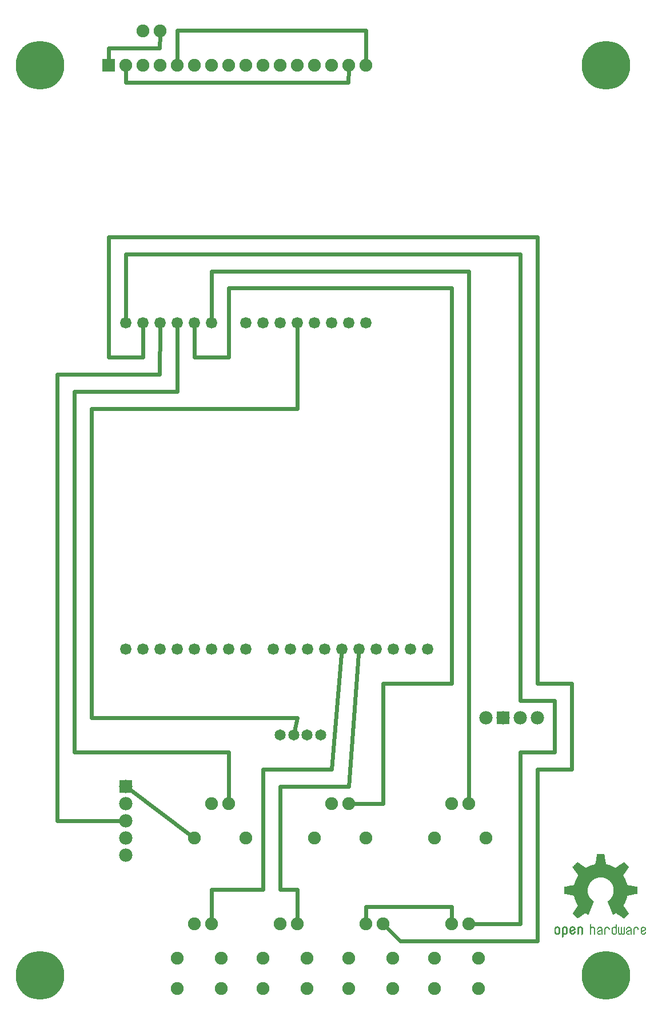
<source format=gtl>
G04 MADE WITH FRITZING*
G04 WWW.FRITZING.ORG*
G04 DOUBLE SIDED*
G04 HOLES PLATED*
G04 CONTOUR ON CENTER OF CONTOUR VECTOR*
%ASAXBY*%
%FSLAX23Y23*%
%MOIN*%
%OFA0B0*%
%SFA1.0B1.0*%
%ADD10C,0.078000*%
%ADD11C,0.283464*%
%ADD12C,0.075000*%
%ADD13C,0.066195*%
%ADD14C,0.066222*%
%ADD15C,0.065000*%
%ADD16R,0.078000X0.078000*%
%ADD17R,0.075000X0.075000*%
%ADD18C,0.024000*%
%ADD19R,0.001000X0.001000*%
%LNCOPPER1*%
G90*
G70*
G54D10*
X814Y1382D03*
X814Y1282D03*
X814Y1182D03*
X814Y1082D03*
X814Y982D03*
X3214Y1782D03*
X3114Y1782D03*
X3014Y1782D03*
X2914Y1782D03*
G54D11*
X3614Y5582D03*
X314Y5582D03*
X314Y282D03*
X3614Y282D03*
G54D10*
X3014Y1782D03*
X2914Y1782D03*
G54D12*
X2614Y382D03*
X2870Y382D03*
X2614Y205D03*
X2870Y205D03*
G54D10*
X814Y1382D03*
X814Y1182D03*
X814Y982D03*
G54D13*
X1214Y4082D03*
X1114Y4082D03*
X1014Y4082D03*
X914Y4082D03*
X814Y4082D03*
G54D14*
X1674Y2182D03*
X1774Y2182D03*
X1874Y2182D03*
X1974Y2182D03*
X2074Y2182D03*
X2174Y2182D03*
X2274Y2182D03*
X2374Y2182D03*
X2474Y2182D03*
X2574Y2182D03*
X814Y2182D03*
X914Y2182D03*
X1014Y2182D03*
X1114Y2182D03*
X1214Y2182D03*
X1314Y2182D03*
X1414Y2182D03*
X1514Y2182D03*
G54D13*
X2114Y4082D03*
X2214Y4082D03*
X2014Y4082D03*
X1914Y4082D03*
X1814Y4082D03*
X1714Y4082D03*
X1614Y4082D03*
X1514Y4082D03*
X1314Y4082D03*
G54D12*
X1314Y1282D03*
X1414Y1282D03*
X2714Y582D03*
X2814Y582D03*
X2214Y582D03*
X2314Y582D03*
X1214Y582D03*
X1314Y582D03*
X2014Y1282D03*
X2114Y1282D03*
X1214Y1082D03*
X1514Y1082D03*
X1914Y1082D03*
X2214Y1082D03*
X2614Y1082D03*
X2914Y1082D03*
X2114Y382D03*
X2370Y382D03*
X2114Y205D03*
X2370Y205D03*
X1114Y382D03*
X1370Y382D03*
X1114Y205D03*
X1370Y205D03*
X714Y5582D03*
X814Y5582D03*
X914Y5582D03*
X1014Y5582D03*
X1114Y5582D03*
X1214Y5582D03*
X1314Y5582D03*
X1414Y5582D03*
X1514Y5582D03*
X1614Y5582D03*
X1714Y5582D03*
X1814Y5582D03*
X1914Y5582D03*
X2014Y5582D03*
X2114Y5582D03*
X2214Y5582D03*
G54D15*
X1714Y1682D03*
X1793Y1682D03*
X1871Y1682D03*
X1950Y1682D03*
G54D12*
X914Y5782D03*
X1014Y5782D03*
X2714Y1282D03*
X2814Y1282D03*
X1714Y582D03*
X1814Y582D03*
X1614Y382D03*
X1870Y382D03*
X1614Y205D03*
X1870Y205D03*
G54D16*
X3014Y1782D03*
X814Y1382D03*
G54D17*
X713Y5583D03*
G54D18*
X1012Y5683D02*
X713Y5683D01*
D02*
X713Y5683D02*
X714Y5611D01*
D02*
X1013Y5754D02*
X1012Y5683D01*
D02*
X2112Y5481D02*
X2113Y5554D01*
D02*
X814Y5481D02*
X2112Y5481D01*
D02*
X814Y5554D02*
X814Y5481D01*
D02*
X1114Y5784D02*
X1114Y5611D01*
D02*
X2214Y5784D02*
X1114Y5784D01*
D02*
X2214Y5611D02*
X2214Y5784D01*
D02*
X414Y1182D02*
X784Y1182D01*
D02*
X414Y3782D02*
X414Y1182D01*
D02*
X1012Y3782D02*
X414Y3782D01*
D02*
X1014Y4052D02*
X1012Y3782D01*
D02*
X2714Y682D02*
X2214Y682D01*
D02*
X2214Y682D02*
X2214Y611D01*
D02*
X2714Y611D02*
X2714Y682D01*
D02*
X1191Y1099D02*
X838Y1364D01*
D02*
X2014Y1482D02*
X1614Y1482D01*
D02*
X1614Y1482D02*
X1614Y782D01*
D02*
X2071Y2152D02*
X2014Y1482D01*
D02*
X1614Y782D02*
X1314Y782D01*
D02*
X1314Y782D02*
X1314Y611D01*
D02*
X2114Y1382D02*
X1714Y1382D01*
D02*
X1714Y1382D02*
X1714Y782D01*
D02*
X2172Y2152D02*
X2114Y1382D01*
D02*
X1714Y782D02*
X1814Y782D01*
D02*
X1814Y782D02*
X1814Y611D01*
D02*
X514Y1582D02*
X514Y3682D01*
D02*
X514Y3682D02*
X1114Y3682D01*
D02*
X1414Y1582D02*
X514Y1582D01*
D02*
X1114Y3682D02*
X1114Y4052D01*
D02*
X1414Y1311D02*
X1414Y1582D01*
D02*
X1814Y3582D02*
X1814Y4052D01*
D02*
X614Y3582D02*
X1814Y3582D01*
D02*
X1814Y1782D02*
X614Y1782D01*
D02*
X1797Y1705D02*
X1814Y1782D01*
D02*
X614Y1782D02*
X614Y3582D01*
D02*
X2815Y4381D02*
X1315Y4381D01*
D02*
X1315Y4381D02*
X1314Y4112D01*
D02*
X2814Y1311D02*
X2815Y4381D01*
D02*
X1415Y3882D02*
X1214Y3882D01*
D02*
X1214Y3882D02*
X1214Y4052D01*
D02*
X1415Y4284D02*
X1415Y3882D01*
D02*
X2715Y4284D02*
X1415Y4284D01*
D02*
X2314Y1982D02*
X2714Y1982D01*
D02*
X2714Y1982D02*
X2715Y4284D01*
D02*
X2142Y1282D02*
X2314Y1282D01*
D02*
X2314Y1282D02*
X2314Y1982D01*
D02*
X3414Y1982D02*
X3214Y1982D01*
D02*
X3214Y1982D02*
X3214Y4582D01*
D02*
X3214Y1482D02*
X3414Y1482D01*
D02*
X3414Y1482D02*
X3414Y1982D01*
D02*
X914Y3882D02*
X914Y4052D01*
D02*
X3214Y482D02*
X3214Y1482D01*
D02*
X714Y3882D02*
X914Y3882D01*
D02*
X2414Y482D02*
X3214Y482D01*
D02*
X2334Y562D02*
X2414Y482D01*
D02*
X3214Y4582D02*
X715Y4582D01*
D02*
X715Y4582D02*
X714Y3882D01*
D02*
X3114Y1582D02*
X3314Y1582D01*
D02*
X3314Y1582D02*
X3314Y1882D01*
D02*
X3314Y1882D02*
X3114Y1882D01*
D02*
X3114Y1882D02*
X3113Y4481D01*
D02*
X3114Y582D02*
X3114Y1582D01*
D02*
X2842Y582D02*
X3114Y582D01*
D02*
X815Y4481D02*
X814Y4112D01*
D02*
X3113Y4481D02*
X815Y4481D01*
G54D19*
X3563Y989D02*
X3603Y989D01*
X3563Y988D02*
X3603Y988D01*
X3562Y987D02*
X3603Y987D01*
X3562Y986D02*
X3603Y986D01*
X3562Y985D02*
X3604Y985D01*
X3562Y984D02*
X3604Y984D01*
X3562Y983D02*
X3604Y983D01*
X3562Y982D02*
X3604Y982D01*
X3561Y981D02*
X3604Y981D01*
X3561Y980D02*
X3605Y980D01*
X3561Y979D02*
X3605Y979D01*
X3561Y978D02*
X3605Y978D01*
X3561Y977D02*
X3605Y977D01*
X3560Y976D02*
X3605Y976D01*
X3560Y975D02*
X3606Y975D01*
X3560Y974D02*
X3606Y974D01*
X3560Y973D02*
X3606Y973D01*
X3560Y972D02*
X3606Y972D01*
X3559Y971D02*
X3606Y971D01*
X3559Y970D02*
X3606Y970D01*
X3559Y969D02*
X3607Y969D01*
X3559Y968D02*
X3607Y968D01*
X3559Y967D02*
X3607Y967D01*
X3559Y966D02*
X3607Y966D01*
X3558Y965D02*
X3607Y965D01*
X3558Y964D02*
X3608Y964D01*
X3558Y963D02*
X3608Y963D01*
X3558Y962D02*
X3608Y962D01*
X3558Y961D02*
X3608Y961D01*
X3557Y960D02*
X3608Y960D01*
X3557Y959D02*
X3609Y959D01*
X3557Y958D02*
X3609Y958D01*
X3557Y957D02*
X3609Y957D01*
X3557Y956D02*
X3609Y956D01*
X3556Y955D02*
X3609Y955D01*
X3556Y954D02*
X3609Y954D01*
X3556Y953D02*
X3610Y953D01*
X3556Y952D02*
X3610Y952D01*
X3556Y951D02*
X3610Y951D01*
X3556Y950D02*
X3610Y950D01*
X3555Y949D02*
X3610Y949D01*
X3555Y948D02*
X3611Y948D01*
X3555Y947D02*
X3611Y947D01*
X3555Y946D02*
X3611Y946D01*
X3555Y945D02*
X3611Y945D01*
X3554Y944D02*
X3611Y944D01*
X3554Y943D02*
X3611Y943D01*
X3554Y942D02*
X3612Y942D01*
X3447Y941D02*
X3447Y941D01*
X3554Y941D02*
X3612Y941D01*
X3446Y940D02*
X3449Y940D01*
X3554Y940D02*
X3612Y940D01*
X3717Y940D02*
X3719Y940D01*
X3445Y939D02*
X3450Y939D01*
X3554Y939D02*
X3612Y939D01*
X3716Y939D02*
X3720Y939D01*
X3444Y938D02*
X3452Y938D01*
X3553Y938D02*
X3612Y938D01*
X3714Y938D02*
X3721Y938D01*
X3443Y937D02*
X3453Y937D01*
X3553Y937D02*
X3613Y937D01*
X3713Y937D02*
X3722Y937D01*
X3442Y936D02*
X3454Y936D01*
X3553Y936D02*
X3613Y936D01*
X3711Y936D02*
X3723Y936D01*
X3441Y935D02*
X3456Y935D01*
X3553Y935D02*
X3613Y935D01*
X3710Y935D02*
X3724Y935D01*
X3440Y934D02*
X3457Y934D01*
X3553Y934D02*
X3613Y934D01*
X3708Y934D02*
X3725Y934D01*
X3439Y933D02*
X3459Y933D01*
X3552Y933D02*
X3613Y933D01*
X3707Y933D02*
X3726Y933D01*
X3438Y932D02*
X3460Y932D01*
X3552Y932D02*
X3614Y932D01*
X3705Y932D02*
X3727Y932D01*
X3437Y931D02*
X3462Y931D01*
X3552Y931D02*
X3614Y931D01*
X3704Y931D02*
X3728Y931D01*
X3436Y930D02*
X3463Y930D01*
X3552Y930D02*
X3614Y930D01*
X3703Y930D02*
X3729Y930D01*
X3435Y929D02*
X3465Y929D01*
X3551Y929D02*
X3615Y929D01*
X3701Y929D02*
X3730Y929D01*
X3434Y928D02*
X3466Y928D01*
X3547Y928D02*
X3619Y928D01*
X3700Y928D02*
X3731Y928D01*
X3433Y927D02*
X3468Y927D01*
X3543Y927D02*
X3623Y927D01*
X3698Y927D02*
X3732Y927D01*
X3432Y926D02*
X3469Y926D01*
X3539Y926D02*
X3627Y926D01*
X3697Y926D02*
X3733Y926D01*
X3431Y925D02*
X3471Y925D01*
X3536Y925D02*
X3630Y925D01*
X3695Y925D02*
X3734Y925D01*
X3430Y924D02*
X3472Y924D01*
X3533Y924D02*
X3633Y924D01*
X3694Y924D02*
X3735Y924D01*
X3429Y923D02*
X3473Y923D01*
X3530Y923D02*
X3636Y923D01*
X3692Y923D02*
X3736Y923D01*
X3428Y922D02*
X3475Y922D01*
X3527Y922D02*
X3639Y922D01*
X3691Y922D02*
X3737Y922D01*
X3427Y921D02*
X3476Y921D01*
X3525Y921D02*
X3641Y921D01*
X3689Y921D02*
X3738Y921D01*
X3426Y920D02*
X3478Y920D01*
X3522Y920D02*
X3644Y920D01*
X3688Y920D02*
X3739Y920D01*
X3425Y919D02*
X3479Y919D01*
X3520Y919D02*
X3646Y919D01*
X3686Y919D02*
X3740Y919D01*
X3424Y918D02*
X3481Y918D01*
X3518Y918D02*
X3648Y918D01*
X3685Y918D02*
X3741Y918D01*
X3423Y917D02*
X3482Y917D01*
X3515Y917D02*
X3650Y917D01*
X3684Y917D02*
X3742Y917D01*
X3422Y916D02*
X3484Y916D01*
X3513Y916D02*
X3652Y916D01*
X3682Y916D02*
X3743Y916D01*
X3421Y915D02*
X3485Y915D01*
X3511Y915D02*
X3654Y915D01*
X3681Y915D02*
X3744Y915D01*
X3420Y914D02*
X3487Y914D01*
X3509Y914D02*
X3656Y914D01*
X3679Y914D02*
X3745Y914D01*
X3419Y913D02*
X3488Y913D01*
X3508Y913D02*
X3658Y913D01*
X3678Y913D02*
X3746Y913D01*
X3419Y912D02*
X3489Y912D01*
X3506Y912D02*
X3660Y912D01*
X3676Y912D02*
X3747Y912D01*
X3420Y911D02*
X3491Y911D01*
X3504Y911D02*
X3662Y911D01*
X3675Y911D02*
X3746Y911D01*
X3420Y910D02*
X3492Y910D01*
X3502Y910D02*
X3663Y910D01*
X3673Y910D02*
X3746Y910D01*
X3421Y909D02*
X3494Y909D01*
X3501Y909D02*
X3665Y909D01*
X3672Y909D02*
X3745Y909D01*
X3422Y908D02*
X3495Y908D01*
X3499Y908D02*
X3667Y908D01*
X3670Y908D02*
X3744Y908D01*
X3422Y907D02*
X3744Y907D01*
X3423Y906D02*
X3743Y906D01*
X3424Y905D02*
X3742Y905D01*
X3424Y904D02*
X3741Y904D01*
X3425Y903D02*
X3741Y903D01*
X3426Y902D02*
X3740Y902D01*
X3426Y901D02*
X3739Y901D01*
X3427Y900D02*
X3739Y900D01*
X3428Y899D02*
X3738Y899D01*
X3428Y898D02*
X3737Y898D01*
X3429Y897D02*
X3737Y897D01*
X3430Y896D02*
X3736Y896D01*
X3430Y895D02*
X3735Y895D01*
X3431Y894D02*
X3735Y894D01*
X3432Y893D02*
X3734Y893D01*
X3433Y892D02*
X3733Y892D01*
X3433Y891D02*
X3733Y891D01*
X3434Y890D02*
X3732Y890D01*
X3435Y889D02*
X3731Y889D01*
X3435Y888D02*
X3730Y888D01*
X3436Y887D02*
X3730Y887D01*
X3437Y886D02*
X3729Y886D01*
X3437Y885D02*
X3728Y885D01*
X3438Y884D02*
X3728Y884D01*
X3439Y883D02*
X3727Y883D01*
X3439Y882D02*
X3726Y882D01*
X3440Y881D02*
X3726Y881D01*
X3441Y880D02*
X3725Y880D01*
X3441Y879D02*
X3724Y879D01*
X3442Y878D02*
X3724Y878D01*
X3443Y877D02*
X3723Y877D01*
X3444Y876D02*
X3722Y876D01*
X3444Y875D02*
X3722Y875D01*
X3445Y874D02*
X3721Y874D01*
X3446Y873D02*
X3720Y873D01*
X3446Y872D02*
X3719Y872D01*
X3447Y871D02*
X3719Y871D01*
X3448Y870D02*
X3718Y870D01*
X3448Y869D02*
X3717Y869D01*
X3449Y868D02*
X3717Y868D01*
X3450Y867D02*
X3716Y867D01*
X3450Y866D02*
X3715Y866D01*
X3451Y865D02*
X3715Y865D01*
X3452Y864D02*
X3714Y864D01*
X3452Y863D02*
X3713Y863D01*
X3452Y862D02*
X3714Y862D01*
X3451Y861D02*
X3715Y861D01*
X3451Y860D02*
X3715Y860D01*
X3450Y859D02*
X3716Y859D01*
X3449Y858D02*
X3717Y858D01*
X3449Y857D02*
X3717Y857D01*
X3448Y856D02*
X3718Y856D01*
X3447Y855D02*
X3718Y855D01*
X3447Y854D02*
X3719Y854D01*
X3446Y853D02*
X3720Y853D01*
X3446Y852D02*
X3720Y852D01*
X3445Y851D02*
X3571Y851D01*
X3595Y851D02*
X3721Y851D01*
X3445Y850D02*
X3565Y850D01*
X3600Y850D02*
X3721Y850D01*
X3444Y849D02*
X3562Y849D01*
X3604Y849D02*
X3722Y849D01*
X3443Y848D02*
X3558Y848D01*
X3607Y848D02*
X3722Y848D01*
X3443Y847D02*
X3556Y847D01*
X3610Y847D02*
X3723Y847D01*
X3442Y846D02*
X3553Y846D01*
X3613Y846D02*
X3723Y846D01*
X3442Y845D02*
X3551Y845D01*
X3615Y845D02*
X3724Y845D01*
X3441Y844D02*
X3549Y844D01*
X3617Y844D02*
X3724Y844D01*
X3441Y843D02*
X3547Y843D01*
X3619Y843D02*
X3725Y843D01*
X3440Y842D02*
X3545Y842D01*
X3621Y842D02*
X3725Y842D01*
X3440Y841D02*
X3543Y841D01*
X3622Y841D02*
X3726Y841D01*
X3440Y840D02*
X3542Y840D01*
X3624Y840D02*
X3726Y840D01*
X3439Y839D02*
X3540Y839D01*
X3626Y839D02*
X3727Y839D01*
X3439Y838D02*
X3539Y838D01*
X3627Y838D02*
X3727Y838D01*
X3438Y837D02*
X3537Y837D01*
X3628Y837D02*
X3728Y837D01*
X3438Y836D02*
X3536Y836D01*
X3630Y836D02*
X3728Y836D01*
X3437Y835D02*
X3535Y835D01*
X3631Y835D02*
X3728Y835D01*
X3437Y834D02*
X3533Y834D01*
X3632Y834D02*
X3729Y834D01*
X3437Y833D02*
X3532Y833D01*
X3633Y833D02*
X3729Y833D01*
X3436Y832D02*
X3531Y832D01*
X3634Y832D02*
X3730Y832D01*
X3436Y831D02*
X3530Y831D01*
X3636Y831D02*
X3730Y831D01*
X3435Y830D02*
X3529Y830D01*
X3637Y830D02*
X3730Y830D01*
X3435Y829D02*
X3528Y829D01*
X3638Y829D02*
X3731Y829D01*
X3435Y828D02*
X3527Y828D01*
X3639Y828D02*
X3731Y828D01*
X3434Y827D02*
X3526Y827D01*
X3639Y827D02*
X3731Y827D01*
X3434Y826D02*
X3525Y826D01*
X3640Y826D02*
X3732Y826D01*
X3434Y825D02*
X3524Y825D01*
X3641Y825D02*
X3732Y825D01*
X3433Y824D02*
X3524Y824D01*
X3642Y824D02*
X3733Y824D01*
X3433Y823D02*
X3523Y823D01*
X3643Y823D02*
X3733Y823D01*
X3433Y822D02*
X3522Y822D01*
X3644Y822D02*
X3733Y822D01*
X3432Y821D02*
X3521Y821D01*
X3644Y821D02*
X3733Y821D01*
X3432Y820D02*
X3521Y820D01*
X3645Y820D02*
X3734Y820D01*
X3432Y819D02*
X3520Y819D01*
X3646Y819D02*
X3734Y819D01*
X3431Y818D02*
X3519Y818D01*
X3646Y818D02*
X3734Y818D01*
X3431Y817D02*
X3519Y817D01*
X3647Y817D02*
X3735Y817D01*
X3431Y816D02*
X3518Y816D01*
X3648Y816D02*
X3735Y816D01*
X3431Y815D02*
X3517Y815D01*
X3648Y815D02*
X3735Y815D01*
X3430Y814D02*
X3517Y814D01*
X3649Y814D02*
X3735Y814D01*
X3430Y813D02*
X3516Y813D01*
X3650Y813D02*
X3736Y813D01*
X3430Y812D02*
X3516Y812D01*
X3650Y812D02*
X3736Y812D01*
X3430Y811D02*
X3515Y811D01*
X3651Y811D02*
X3736Y811D01*
X3429Y810D02*
X3515Y810D01*
X3651Y810D02*
X3736Y810D01*
X3429Y809D02*
X3514Y809D01*
X3652Y809D02*
X3737Y809D01*
X3429Y808D02*
X3514Y808D01*
X3652Y808D02*
X3737Y808D01*
X3424Y807D02*
X3513Y807D01*
X3653Y807D02*
X3742Y807D01*
X3418Y806D02*
X3513Y806D01*
X3653Y806D02*
X3747Y806D01*
X3413Y805D02*
X3512Y805D01*
X3653Y805D02*
X3753Y805D01*
X3408Y804D02*
X3512Y804D01*
X3654Y804D02*
X3758Y804D01*
X3402Y803D02*
X3512Y803D01*
X3654Y803D02*
X3763Y803D01*
X3397Y802D02*
X3511Y802D01*
X3654Y802D02*
X3769Y802D01*
X3392Y801D02*
X3511Y801D01*
X3655Y801D02*
X3774Y801D01*
X3386Y800D02*
X3511Y800D01*
X3655Y800D02*
X3780Y800D01*
X3381Y799D02*
X3510Y799D01*
X3656Y799D02*
X3785Y799D01*
X3375Y798D02*
X3510Y798D01*
X3656Y798D02*
X3790Y798D01*
X3371Y797D02*
X3510Y797D01*
X3656Y797D02*
X3795Y797D01*
X3371Y796D02*
X3509Y796D01*
X3656Y796D02*
X3795Y796D01*
X3371Y795D02*
X3509Y795D01*
X3657Y795D02*
X3795Y795D01*
X3371Y794D02*
X3509Y794D01*
X3657Y794D02*
X3795Y794D01*
X3371Y793D02*
X3509Y793D01*
X3657Y793D02*
X3795Y793D01*
X3371Y792D02*
X3508Y792D01*
X3657Y792D02*
X3795Y792D01*
X3371Y791D02*
X3508Y791D01*
X3658Y791D02*
X3795Y791D01*
X3371Y790D02*
X3508Y790D01*
X3658Y790D02*
X3795Y790D01*
X3371Y789D02*
X3508Y789D01*
X3658Y789D02*
X3795Y789D01*
X3371Y788D02*
X3508Y788D01*
X3658Y788D02*
X3795Y788D01*
X3371Y787D02*
X3508Y787D01*
X3658Y787D02*
X3795Y787D01*
X3371Y786D02*
X3507Y786D01*
X3658Y786D02*
X3795Y786D01*
X3371Y785D02*
X3507Y785D01*
X3659Y785D02*
X3795Y785D01*
X3371Y784D02*
X3507Y784D01*
X3659Y784D02*
X3795Y784D01*
X3371Y783D02*
X3507Y783D01*
X3659Y783D02*
X3795Y783D01*
X3371Y782D02*
X3507Y782D01*
X3659Y782D02*
X3795Y782D01*
X3371Y781D02*
X3507Y781D01*
X3659Y781D02*
X3795Y781D01*
X3371Y780D02*
X3507Y780D01*
X3659Y780D02*
X3795Y780D01*
X3371Y779D02*
X3507Y779D01*
X3659Y779D02*
X3795Y779D01*
X3371Y778D02*
X3507Y778D01*
X3659Y778D02*
X3795Y778D01*
X3371Y777D02*
X3507Y777D01*
X3659Y777D02*
X3795Y777D01*
X3371Y776D02*
X3507Y776D01*
X3659Y776D02*
X3795Y776D01*
X3371Y775D02*
X3507Y775D01*
X3659Y775D02*
X3795Y775D01*
X3371Y774D02*
X3507Y774D01*
X3659Y774D02*
X3795Y774D01*
X3371Y773D02*
X3507Y773D01*
X3659Y773D02*
X3795Y773D01*
X3371Y772D02*
X3507Y772D01*
X3659Y772D02*
X3795Y772D01*
X3371Y771D02*
X3507Y771D01*
X3659Y771D02*
X3795Y771D01*
X3371Y770D02*
X3507Y770D01*
X3659Y770D02*
X3795Y770D01*
X3371Y769D02*
X3507Y769D01*
X3659Y769D02*
X3795Y769D01*
X3371Y768D02*
X3507Y768D01*
X3659Y768D02*
X3795Y768D01*
X3371Y767D02*
X3507Y767D01*
X3658Y767D02*
X3795Y767D01*
X3371Y766D02*
X3507Y766D01*
X3658Y766D02*
X3795Y766D01*
X3371Y765D02*
X3508Y765D01*
X3658Y765D02*
X3795Y765D01*
X3371Y764D02*
X3508Y764D01*
X3658Y764D02*
X3795Y764D01*
X3371Y763D02*
X3508Y763D01*
X3658Y763D02*
X3795Y763D01*
X3371Y762D02*
X3508Y762D01*
X3658Y762D02*
X3795Y762D01*
X3371Y761D02*
X3508Y761D01*
X3658Y761D02*
X3795Y761D01*
X3371Y760D02*
X3508Y760D01*
X3657Y760D02*
X3795Y760D01*
X3371Y759D02*
X3509Y759D01*
X3657Y759D02*
X3795Y759D01*
X3371Y758D02*
X3509Y758D01*
X3657Y758D02*
X3795Y758D01*
X3371Y757D02*
X3509Y757D01*
X3657Y757D02*
X3795Y757D01*
X3371Y756D02*
X3509Y756D01*
X3656Y756D02*
X3794Y756D01*
X3377Y755D02*
X3510Y755D01*
X3656Y755D02*
X3789Y755D01*
X3382Y754D02*
X3510Y754D01*
X3656Y754D02*
X3784Y754D01*
X3387Y753D02*
X3510Y753D01*
X3655Y753D02*
X3778Y753D01*
X3393Y752D02*
X3511Y752D01*
X3655Y752D02*
X3773Y752D01*
X3398Y751D02*
X3511Y751D01*
X3655Y751D02*
X3768Y751D01*
X3404Y750D02*
X3511Y750D01*
X3654Y750D02*
X3762Y750D01*
X3409Y749D02*
X3512Y749D01*
X3654Y749D02*
X3757Y749D01*
X3414Y748D02*
X3512Y748D01*
X3654Y748D02*
X3751Y748D01*
X3420Y747D02*
X3513Y747D01*
X3653Y747D02*
X3746Y747D01*
X3425Y746D02*
X3513Y746D01*
X3653Y746D02*
X3741Y746D01*
X3428Y745D02*
X3513Y745D01*
X3652Y745D02*
X3738Y745D01*
X3428Y744D02*
X3514Y744D01*
X3652Y744D02*
X3738Y744D01*
X3428Y743D02*
X3514Y743D01*
X3651Y743D02*
X3738Y743D01*
X3428Y742D02*
X3515Y742D01*
X3651Y742D02*
X3737Y742D01*
X3429Y741D02*
X3515Y741D01*
X3650Y741D02*
X3737Y741D01*
X3429Y740D02*
X3516Y740D01*
X3650Y740D02*
X3737Y740D01*
X3429Y739D02*
X3516Y739D01*
X3649Y739D02*
X3737Y739D01*
X3429Y738D02*
X3517Y738D01*
X3649Y738D02*
X3737Y738D01*
X3430Y737D02*
X3518Y737D01*
X3648Y737D02*
X3736Y737D01*
X3430Y736D02*
X3518Y736D01*
X3647Y736D02*
X3736Y736D01*
X3430Y735D02*
X3519Y735D01*
X3647Y735D02*
X3736Y735D01*
X3430Y734D02*
X3520Y734D01*
X3646Y734D02*
X3735Y734D01*
X3431Y733D02*
X3520Y733D01*
X3645Y733D02*
X3735Y733D01*
X3431Y732D02*
X3521Y732D01*
X3645Y732D02*
X3735Y732D01*
X3431Y731D02*
X3522Y731D01*
X3644Y731D02*
X3735Y731D01*
X3431Y730D02*
X3523Y730D01*
X3643Y730D02*
X3734Y730D01*
X3432Y729D02*
X3523Y729D01*
X3642Y729D02*
X3734Y729D01*
X3432Y728D02*
X3524Y728D01*
X3642Y728D02*
X3734Y728D01*
X3432Y727D02*
X3525Y727D01*
X3641Y727D02*
X3733Y727D01*
X3433Y726D02*
X3526Y726D01*
X3640Y726D02*
X3733Y726D01*
X3433Y725D02*
X3527Y725D01*
X3639Y725D02*
X3733Y725D01*
X3433Y724D02*
X3528Y724D01*
X3638Y724D02*
X3733Y724D01*
X3434Y723D02*
X3529Y723D01*
X3637Y723D02*
X3732Y723D01*
X3434Y722D02*
X3530Y722D01*
X3636Y722D02*
X3732Y722D01*
X3434Y721D02*
X3531Y721D01*
X3635Y721D02*
X3731Y721D01*
X3435Y720D02*
X3532Y720D01*
X3634Y720D02*
X3731Y720D01*
X3435Y719D02*
X3533Y719D01*
X3633Y719D02*
X3731Y719D01*
X3435Y718D02*
X3534Y718D01*
X3632Y718D02*
X3730Y718D01*
X3436Y717D02*
X3535Y717D01*
X3630Y717D02*
X3730Y717D01*
X3436Y716D02*
X3537Y716D01*
X3629Y716D02*
X3730Y716D01*
X3437Y715D02*
X3538Y715D01*
X3628Y715D02*
X3729Y715D01*
X3437Y714D02*
X3539Y714D01*
X3626Y714D02*
X3729Y714D01*
X3437Y713D02*
X3541Y713D01*
X3625Y713D02*
X3728Y713D01*
X3438Y712D02*
X3542Y712D01*
X3623Y712D02*
X3728Y712D01*
X3438Y711D02*
X3543Y711D01*
X3623Y711D02*
X3728Y711D01*
X3439Y710D02*
X3542Y710D01*
X3623Y710D02*
X3727Y710D01*
X3439Y709D02*
X3542Y709D01*
X3624Y709D02*
X3727Y709D01*
X3440Y708D02*
X3541Y708D01*
X3624Y708D02*
X3726Y708D01*
X3440Y707D02*
X3541Y707D01*
X3625Y707D02*
X3726Y707D01*
X3441Y706D02*
X3541Y706D01*
X3625Y706D02*
X3725Y706D01*
X3441Y705D02*
X3540Y705D01*
X3626Y705D02*
X3725Y705D01*
X3442Y704D02*
X3540Y704D01*
X3626Y704D02*
X3724Y704D01*
X3442Y703D02*
X3539Y703D01*
X3626Y703D02*
X3724Y703D01*
X3443Y702D02*
X3539Y702D01*
X3627Y702D02*
X3723Y702D01*
X3443Y701D02*
X3539Y701D01*
X3627Y701D02*
X3723Y701D01*
X3444Y700D02*
X3538Y700D01*
X3628Y700D02*
X3722Y700D01*
X3444Y699D02*
X3538Y699D01*
X3628Y699D02*
X3722Y699D01*
X3445Y698D02*
X3537Y698D01*
X3628Y698D02*
X3721Y698D01*
X3445Y697D02*
X3537Y697D01*
X3629Y697D02*
X3721Y697D01*
X3446Y696D02*
X3536Y696D01*
X3629Y696D02*
X3720Y696D01*
X3446Y695D02*
X3536Y695D01*
X3630Y695D02*
X3719Y695D01*
X3447Y694D02*
X3536Y694D01*
X3630Y694D02*
X3719Y694D01*
X3448Y693D02*
X3535Y693D01*
X3631Y693D02*
X3718Y693D01*
X3448Y692D02*
X3535Y692D01*
X3631Y692D02*
X3718Y692D01*
X3449Y691D02*
X3534Y691D01*
X3631Y691D02*
X3717Y691D01*
X3449Y690D02*
X3534Y690D01*
X3632Y690D02*
X3716Y690D01*
X3450Y689D02*
X3534Y689D01*
X3632Y689D02*
X3716Y689D01*
X3451Y688D02*
X3533Y688D01*
X3633Y688D02*
X3715Y688D01*
X3450Y687D02*
X3533Y687D01*
X3633Y687D02*
X3716Y687D01*
X3450Y686D02*
X3532Y686D01*
X3633Y686D02*
X3716Y686D01*
X3449Y685D02*
X3532Y685D01*
X3634Y685D02*
X3717Y685D01*
X3448Y684D02*
X3532Y684D01*
X3634Y684D02*
X3718Y684D01*
X3447Y683D02*
X3531Y683D01*
X3635Y683D02*
X3718Y683D01*
X3447Y682D02*
X3531Y682D01*
X3635Y682D02*
X3719Y682D01*
X3446Y681D02*
X3530Y681D01*
X3635Y681D02*
X3720Y681D01*
X3445Y680D02*
X3530Y680D01*
X3636Y680D02*
X3720Y680D01*
X3445Y679D02*
X3529Y679D01*
X3636Y679D02*
X3721Y679D01*
X3444Y678D02*
X3529Y678D01*
X3637Y678D02*
X3722Y678D01*
X3443Y677D02*
X3529Y677D01*
X3637Y677D02*
X3722Y677D01*
X3443Y676D02*
X3528Y676D01*
X3638Y676D02*
X3723Y676D01*
X3442Y675D02*
X3528Y675D01*
X3638Y675D02*
X3724Y675D01*
X3441Y674D02*
X3527Y674D01*
X3638Y674D02*
X3724Y674D01*
X3441Y673D02*
X3527Y673D01*
X3639Y673D02*
X3725Y673D01*
X3440Y672D02*
X3527Y672D01*
X3639Y672D02*
X3726Y672D01*
X3439Y671D02*
X3526Y671D01*
X3640Y671D02*
X3727Y671D01*
X3439Y670D02*
X3526Y670D01*
X3640Y670D02*
X3727Y670D01*
X3438Y669D02*
X3525Y669D01*
X3640Y669D02*
X3728Y669D01*
X3437Y668D02*
X3525Y668D01*
X3641Y668D02*
X3729Y668D01*
X3436Y667D02*
X3524Y667D01*
X3641Y667D02*
X3729Y667D01*
X3436Y666D02*
X3524Y666D01*
X3642Y666D02*
X3730Y666D01*
X3435Y665D02*
X3524Y665D01*
X3642Y665D02*
X3731Y665D01*
X3434Y664D02*
X3523Y664D01*
X3643Y664D02*
X3731Y664D01*
X3434Y663D02*
X3523Y663D01*
X3643Y663D02*
X3732Y663D01*
X3433Y662D02*
X3522Y662D01*
X3643Y662D02*
X3733Y662D01*
X3432Y661D02*
X3522Y661D01*
X3644Y661D02*
X3733Y661D01*
X3432Y660D02*
X3522Y660D01*
X3644Y660D02*
X3734Y660D01*
X3431Y659D02*
X3521Y659D01*
X3645Y659D02*
X3735Y659D01*
X3430Y658D02*
X3521Y658D01*
X3645Y658D02*
X3735Y658D01*
X3430Y657D02*
X3520Y657D01*
X3645Y657D02*
X3736Y657D01*
X3429Y656D02*
X3520Y656D01*
X3646Y656D02*
X3737Y656D01*
X3428Y655D02*
X3519Y655D01*
X3646Y655D02*
X3738Y655D01*
X3428Y654D02*
X3519Y654D01*
X3647Y654D02*
X3738Y654D01*
X3427Y653D02*
X3519Y653D01*
X3647Y653D02*
X3739Y653D01*
X3426Y652D02*
X3518Y652D01*
X3648Y652D02*
X3740Y652D01*
X3426Y651D02*
X3518Y651D01*
X3648Y651D02*
X3740Y651D01*
X3425Y650D02*
X3517Y650D01*
X3648Y650D02*
X3741Y650D01*
X3424Y649D02*
X3517Y649D01*
X3649Y649D02*
X3742Y649D01*
X3423Y648D02*
X3517Y648D01*
X3649Y648D02*
X3742Y648D01*
X3423Y647D02*
X3516Y647D01*
X3650Y647D02*
X3743Y647D01*
X3422Y646D02*
X3516Y646D01*
X3650Y646D02*
X3744Y646D01*
X3421Y645D02*
X3515Y645D01*
X3650Y645D02*
X3744Y645D01*
X3421Y644D02*
X3515Y644D01*
X3651Y644D02*
X3745Y644D01*
X3420Y643D02*
X3492Y643D01*
X3495Y643D02*
X3515Y643D01*
X3651Y643D02*
X3671Y643D01*
X3674Y643D02*
X3746Y643D01*
X3419Y642D02*
X3491Y642D01*
X3496Y642D02*
X3514Y642D01*
X3652Y642D02*
X3669Y642D01*
X3675Y642D02*
X3746Y642D01*
X3419Y641D02*
X3489Y641D01*
X3498Y641D02*
X3514Y641D01*
X3652Y641D02*
X3668Y641D01*
X3677Y641D02*
X3747Y641D01*
X3420Y640D02*
X3488Y640D01*
X3500Y640D02*
X3513Y640D01*
X3652Y640D02*
X3666Y640D01*
X3678Y640D02*
X3746Y640D01*
X3421Y639D02*
X3486Y639D01*
X3501Y639D02*
X3513Y639D01*
X3653Y639D02*
X3665Y639D01*
X3680Y639D02*
X3745Y639D01*
X3422Y638D02*
X3485Y638D01*
X3503Y638D02*
X3512Y638D01*
X3653Y638D02*
X3663Y638D01*
X3681Y638D02*
X3744Y638D01*
X3423Y637D02*
X3483Y637D01*
X3505Y637D02*
X3512Y637D01*
X3654Y637D02*
X3661Y637D01*
X3682Y637D02*
X3743Y637D01*
X3424Y636D02*
X3482Y636D01*
X3506Y636D02*
X3512Y636D01*
X3654Y636D02*
X3659Y636D01*
X3684Y636D02*
X3742Y636D01*
X3425Y635D02*
X3480Y635D01*
X3508Y635D02*
X3511Y635D01*
X3655Y635D02*
X3658Y635D01*
X3685Y635D02*
X3741Y635D01*
X3426Y634D02*
X3479Y634D01*
X3510Y634D02*
X3511Y634D01*
X3655Y634D02*
X3656Y634D01*
X3687Y634D02*
X3740Y634D01*
X3427Y633D02*
X3477Y633D01*
X3688Y633D02*
X3739Y633D01*
X3428Y632D02*
X3476Y632D01*
X3690Y632D02*
X3738Y632D01*
X3429Y631D02*
X3475Y631D01*
X3691Y631D02*
X3737Y631D01*
X3430Y630D02*
X3473Y630D01*
X3693Y630D02*
X3736Y630D01*
X3431Y629D02*
X3472Y629D01*
X3694Y629D02*
X3735Y629D01*
X3432Y628D02*
X3470Y628D01*
X3696Y628D02*
X3734Y628D01*
X3433Y627D02*
X3469Y627D01*
X3697Y627D02*
X3733Y627D01*
X3434Y626D02*
X3467Y626D01*
X3698Y626D02*
X3732Y626D01*
X3435Y625D02*
X3466Y625D01*
X3700Y625D02*
X3731Y625D01*
X3436Y624D02*
X3464Y624D01*
X3701Y624D02*
X3730Y624D01*
X3437Y623D02*
X3463Y623D01*
X3703Y623D02*
X3729Y623D01*
X3438Y622D02*
X3461Y622D01*
X3704Y622D02*
X3728Y622D01*
X3439Y621D02*
X3460Y621D01*
X3706Y621D02*
X3727Y621D01*
X3440Y620D02*
X3459Y620D01*
X3707Y620D02*
X3726Y620D01*
X3441Y619D02*
X3457Y619D01*
X3709Y619D02*
X3725Y619D01*
X3442Y618D02*
X3456Y618D01*
X3710Y618D02*
X3724Y618D01*
X3443Y617D02*
X3454Y617D01*
X3712Y617D02*
X3723Y617D01*
X3444Y616D02*
X3453Y616D01*
X3713Y616D02*
X3722Y616D01*
X3445Y615D02*
X3451Y615D01*
X3715Y615D02*
X3721Y615D01*
X3446Y614D02*
X3450Y614D01*
X3716Y614D02*
X3720Y614D01*
X3447Y613D02*
X3448Y613D01*
X3717Y613D02*
X3719Y613D01*
X3526Y581D02*
X3526Y581D01*
X3678Y581D02*
X3678Y581D01*
X3524Y580D02*
X3526Y580D01*
X3676Y580D02*
X3678Y580D01*
X3522Y579D02*
X3526Y579D01*
X3674Y579D02*
X3678Y579D01*
X3520Y578D02*
X3526Y578D01*
X3672Y578D02*
X3678Y578D01*
X3520Y577D02*
X3526Y577D01*
X3672Y577D02*
X3678Y577D01*
X3520Y576D02*
X3526Y576D01*
X3672Y576D02*
X3678Y576D01*
X3520Y575D02*
X3526Y575D01*
X3672Y575D02*
X3678Y575D01*
X3520Y574D02*
X3526Y574D01*
X3672Y574D02*
X3678Y574D01*
X3520Y573D02*
X3526Y573D01*
X3672Y573D02*
X3678Y573D01*
X3520Y572D02*
X3526Y572D01*
X3672Y572D02*
X3678Y572D01*
X3520Y571D02*
X3526Y571D01*
X3672Y571D02*
X3678Y571D01*
X3520Y570D02*
X3526Y570D01*
X3672Y570D02*
X3678Y570D01*
X3520Y569D02*
X3526Y569D01*
X3672Y569D02*
X3678Y569D01*
X3520Y568D02*
X3526Y568D01*
X3672Y568D02*
X3678Y568D01*
X3326Y567D02*
X3333Y567D01*
X3371Y567D02*
X3378Y567D01*
X3415Y567D02*
X3422Y567D01*
X3460Y567D02*
X3466Y567D01*
X3520Y567D02*
X3526Y567D01*
X3672Y567D02*
X3678Y567D01*
X3323Y566D02*
X3336Y566D01*
X3368Y566D02*
X3381Y566D01*
X3412Y566D02*
X3425Y566D01*
X3457Y566D02*
X3469Y566D01*
X3520Y566D02*
X3526Y566D01*
X3672Y566D02*
X3678Y566D01*
X3321Y565D02*
X3338Y565D01*
X3366Y565D02*
X3383Y565D01*
X3410Y565D02*
X3427Y565D01*
X3455Y565D02*
X3471Y565D01*
X3520Y565D02*
X3526Y565D01*
X3672Y565D02*
X3678Y565D01*
X3320Y564D02*
X3340Y564D01*
X3364Y564D02*
X3384Y564D01*
X3409Y564D02*
X3428Y564D01*
X3453Y564D02*
X3473Y564D01*
X3520Y564D02*
X3526Y564D01*
X3531Y564D02*
X3540Y564D01*
X3574Y564D02*
X3582Y564D01*
X3616Y564D02*
X3624Y564D01*
X3658Y564D02*
X3667Y564D01*
X3672Y564D02*
X3678Y564D01*
X3691Y564D02*
X3691Y564D01*
X3707Y564D02*
X3708Y564D01*
X3723Y564D02*
X3724Y564D01*
X3743Y564D02*
X3751Y564D01*
X3785Y564D02*
X3794Y564D01*
X3827Y564D02*
X3836Y564D01*
X3319Y563D02*
X3341Y563D01*
X3363Y563D02*
X3385Y563D01*
X3408Y563D02*
X3430Y563D01*
X3452Y563D02*
X3474Y563D01*
X3520Y563D02*
X3526Y563D01*
X3529Y563D02*
X3542Y563D01*
X3571Y563D02*
X3585Y563D01*
X3613Y563D02*
X3627Y563D01*
X3656Y563D02*
X3669Y563D01*
X3672Y563D02*
X3678Y563D01*
X3688Y563D02*
X3691Y563D01*
X3705Y563D02*
X3708Y563D01*
X3721Y563D02*
X3724Y563D01*
X3740Y563D02*
X3754Y563D01*
X3783Y563D02*
X3796Y563D01*
X3825Y563D02*
X3838Y563D01*
X3318Y562D02*
X3342Y562D01*
X3362Y562D02*
X3386Y562D01*
X3406Y562D02*
X3431Y562D01*
X3451Y562D02*
X3475Y562D01*
X3520Y562D02*
X3544Y562D01*
X3570Y562D02*
X3586Y562D01*
X3612Y562D02*
X3629Y562D01*
X3654Y562D02*
X3678Y562D01*
X3686Y562D02*
X3691Y562D01*
X3702Y562D02*
X3708Y562D01*
X3719Y562D02*
X3724Y562D01*
X3739Y562D02*
X3756Y562D01*
X3781Y562D02*
X3798Y562D01*
X3823Y562D02*
X3840Y562D01*
X3317Y561D02*
X3343Y561D01*
X3361Y561D02*
X3387Y561D01*
X3406Y561D02*
X3432Y561D01*
X3450Y561D02*
X3476Y561D01*
X3520Y561D02*
X3545Y561D01*
X3568Y561D02*
X3588Y561D01*
X3610Y561D02*
X3630Y561D01*
X3653Y561D02*
X3678Y561D01*
X3685Y561D02*
X3691Y561D01*
X3702Y561D02*
X3708Y561D01*
X3718Y561D02*
X3724Y561D01*
X3738Y561D02*
X3757Y561D01*
X3780Y561D02*
X3799Y561D01*
X3822Y561D02*
X3841Y561D01*
X3316Y560D02*
X3343Y560D01*
X3360Y560D02*
X3388Y560D01*
X3405Y560D02*
X3432Y560D01*
X3449Y560D02*
X3477Y560D01*
X3520Y560D02*
X3546Y560D01*
X3567Y560D02*
X3589Y560D01*
X3609Y560D02*
X3631Y560D01*
X3652Y560D02*
X3678Y560D01*
X3685Y560D02*
X3691Y560D01*
X3702Y560D02*
X3708Y560D01*
X3718Y560D02*
X3724Y560D01*
X3736Y560D02*
X3758Y560D01*
X3778Y560D02*
X3800Y560D01*
X3821Y560D02*
X3842Y560D01*
X3315Y559D02*
X3344Y559D01*
X3360Y559D02*
X3389Y559D01*
X3404Y559D02*
X3433Y559D01*
X3449Y559D02*
X3477Y559D01*
X3520Y559D02*
X3547Y559D01*
X3567Y559D02*
X3590Y559D01*
X3608Y559D02*
X3632Y559D01*
X3651Y559D02*
X3678Y559D01*
X3685Y559D02*
X3691Y559D01*
X3702Y559D02*
X3708Y559D01*
X3718Y559D02*
X3724Y559D01*
X3736Y559D02*
X3759Y559D01*
X3778Y559D02*
X3801Y559D01*
X3820Y559D02*
X3843Y559D01*
X3315Y558D02*
X3345Y558D01*
X3359Y558D02*
X3389Y558D01*
X3404Y558D02*
X3434Y558D01*
X3448Y558D02*
X3478Y558D01*
X3520Y558D02*
X3548Y558D01*
X3566Y558D02*
X3591Y558D01*
X3608Y558D02*
X3633Y558D01*
X3650Y558D02*
X3678Y558D01*
X3685Y558D02*
X3691Y558D01*
X3702Y558D02*
X3708Y558D01*
X3718Y558D02*
X3724Y558D01*
X3735Y558D02*
X3760Y558D01*
X3777Y558D02*
X3802Y558D01*
X3819Y558D02*
X3844Y558D01*
X3314Y557D02*
X3326Y557D01*
X3334Y557D02*
X3345Y557D01*
X3359Y557D02*
X3370Y557D01*
X3378Y557D02*
X3390Y557D01*
X3403Y557D02*
X3414Y557D01*
X3423Y557D02*
X3434Y557D01*
X3448Y557D02*
X3459Y557D01*
X3467Y557D02*
X3479Y557D01*
X3520Y557D02*
X3531Y557D01*
X3540Y557D02*
X3549Y557D01*
X3565Y557D02*
X3573Y557D01*
X3582Y557D02*
X3591Y557D01*
X3607Y557D02*
X3616Y557D01*
X3625Y557D02*
X3633Y557D01*
X3649Y557D02*
X3658Y557D01*
X3667Y557D02*
X3678Y557D01*
X3685Y557D02*
X3691Y557D01*
X3702Y557D02*
X3708Y557D01*
X3718Y557D02*
X3724Y557D01*
X3734Y557D02*
X3743Y557D01*
X3751Y557D02*
X3760Y557D01*
X3776Y557D02*
X3785Y557D01*
X3794Y557D02*
X3802Y557D01*
X3818Y557D02*
X3827Y557D01*
X3836Y557D02*
X3845Y557D01*
X3314Y556D02*
X3324Y556D01*
X3335Y556D02*
X3346Y556D01*
X3358Y556D02*
X3369Y556D01*
X3380Y556D02*
X3390Y556D01*
X3403Y556D02*
X3413Y556D01*
X3424Y556D02*
X3434Y556D01*
X3447Y556D02*
X3458Y556D01*
X3469Y556D02*
X3479Y556D01*
X3520Y556D02*
X3530Y556D01*
X3542Y556D02*
X3549Y556D01*
X3564Y556D02*
X3572Y556D01*
X3584Y556D02*
X3592Y556D01*
X3606Y556D02*
X3614Y556D01*
X3626Y556D02*
X3634Y556D01*
X3649Y556D02*
X3656Y556D01*
X3668Y556D02*
X3678Y556D01*
X3685Y556D02*
X3691Y556D01*
X3702Y556D02*
X3708Y556D01*
X3718Y556D02*
X3724Y556D01*
X3734Y556D02*
X3741Y556D01*
X3753Y556D02*
X3761Y556D01*
X3776Y556D02*
X3783Y556D01*
X3795Y556D02*
X3803Y556D01*
X3818Y556D02*
X3825Y556D01*
X3838Y556D02*
X3845Y556D01*
X3314Y555D02*
X3323Y555D01*
X3336Y555D02*
X3346Y555D01*
X3358Y555D02*
X3368Y555D01*
X3381Y555D02*
X3390Y555D01*
X3402Y555D02*
X3412Y555D01*
X3425Y555D02*
X3435Y555D01*
X3447Y555D02*
X3457Y555D01*
X3470Y555D02*
X3479Y555D01*
X3520Y555D02*
X3528Y555D01*
X3543Y555D02*
X3550Y555D01*
X3564Y555D02*
X3571Y555D01*
X3585Y555D02*
X3592Y555D01*
X3606Y555D02*
X3613Y555D01*
X3627Y555D02*
X3634Y555D01*
X3648Y555D02*
X3655Y555D01*
X3670Y555D02*
X3678Y555D01*
X3685Y555D02*
X3691Y555D01*
X3702Y555D02*
X3708Y555D01*
X3718Y555D02*
X3724Y555D01*
X3733Y555D02*
X3740Y555D01*
X3754Y555D02*
X3761Y555D01*
X3775Y555D02*
X3782Y555D01*
X3796Y555D02*
X3803Y555D01*
X3817Y555D02*
X3824Y555D01*
X3839Y555D02*
X3846Y555D01*
X3313Y554D02*
X3322Y554D01*
X3337Y554D02*
X3346Y554D01*
X3358Y554D02*
X3367Y554D01*
X3381Y554D02*
X3391Y554D01*
X3402Y554D02*
X3411Y554D01*
X3426Y554D02*
X3435Y554D01*
X3447Y554D02*
X3456Y554D01*
X3470Y554D02*
X3479Y554D01*
X3520Y554D02*
X3528Y554D01*
X3544Y554D02*
X3550Y554D01*
X3564Y554D02*
X3570Y554D01*
X3586Y554D02*
X3593Y554D01*
X3606Y554D02*
X3612Y554D01*
X3628Y554D02*
X3635Y554D01*
X3648Y554D02*
X3654Y554D01*
X3670Y554D02*
X3678Y554D01*
X3685Y554D02*
X3691Y554D01*
X3702Y554D02*
X3708Y554D01*
X3718Y554D02*
X3724Y554D01*
X3733Y554D02*
X3739Y554D01*
X3755Y554D02*
X3762Y554D01*
X3775Y554D02*
X3781Y554D01*
X3797Y554D02*
X3804Y554D01*
X3817Y554D02*
X3824Y554D01*
X3840Y554D02*
X3846Y554D01*
X3313Y553D02*
X3322Y553D01*
X3337Y553D02*
X3346Y553D01*
X3358Y553D02*
X3366Y553D01*
X3382Y553D02*
X3391Y553D01*
X3402Y553D02*
X3411Y553D01*
X3426Y553D02*
X3435Y553D01*
X3446Y553D02*
X3455Y553D01*
X3471Y553D02*
X3480Y553D01*
X3520Y553D02*
X3527Y553D01*
X3544Y553D02*
X3551Y553D01*
X3563Y553D02*
X3569Y553D01*
X3587Y553D02*
X3593Y553D01*
X3605Y553D02*
X3612Y553D01*
X3629Y553D02*
X3635Y553D01*
X3648Y553D02*
X3654Y553D01*
X3671Y553D02*
X3678Y553D01*
X3685Y553D02*
X3691Y553D01*
X3702Y553D02*
X3708Y553D01*
X3718Y553D02*
X3724Y553D01*
X3732Y553D02*
X3738Y553D01*
X3756Y553D02*
X3762Y553D01*
X3774Y553D02*
X3781Y553D01*
X3798Y553D02*
X3804Y553D01*
X3817Y553D02*
X3823Y553D01*
X3840Y553D02*
X3846Y553D01*
X3313Y552D02*
X3322Y552D01*
X3338Y552D02*
X3346Y552D01*
X3357Y552D02*
X3366Y552D01*
X3382Y552D02*
X3391Y552D01*
X3402Y552D02*
X3411Y552D01*
X3427Y552D02*
X3435Y552D01*
X3446Y552D02*
X3455Y552D01*
X3471Y552D02*
X3480Y552D01*
X3520Y552D02*
X3527Y552D01*
X3545Y552D02*
X3551Y552D01*
X3563Y552D02*
X3569Y552D01*
X3587Y552D02*
X3593Y552D01*
X3605Y552D02*
X3611Y552D01*
X3629Y552D02*
X3635Y552D01*
X3647Y552D02*
X3653Y552D01*
X3672Y552D02*
X3678Y552D01*
X3685Y552D02*
X3691Y552D01*
X3702Y552D02*
X3708Y552D01*
X3718Y552D02*
X3724Y552D01*
X3732Y552D02*
X3738Y552D01*
X3756Y552D02*
X3762Y552D01*
X3774Y552D02*
X3780Y552D01*
X3798Y552D02*
X3804Y552D01*
X3816Y552D02*
X3822Y552D01*
X3841Y552D02*
X3847Y552D01*
X3313Y551D02*
X3321Y551D01*
X3338Y551D02*
X3347Y551D01*
X3357Y551D02*
X3366Y551D01*
X3382Y551D02*
X3391Y551D01*
X3402Y551D02*
X3410Y551D01*
X3426Y551D02*
X3435Y551D01*
X3446Y551D02*
X3455Y551D01*
X3471Y551D02*
X3480Y551D01*
X3520Y551D02*
X3526Y551D01*
X3545Y551D02*
X3551Y551D01*
X3563Y551D02*
X3569Y551D01*
X3587Y551D02*
X3593Y551D01*
X3605Y551D02*
X3611Y551D01*
X3630Y551D02*
X3635Y551D01*
X3647Y551D02*
X3653Y551D01*
X3672Y551D02*
X3678Y551D01*
X3685Y551D02*
X3691Y551D01*
X3702Y551D02*
X3708Y551D01*
X3718Y551D02*
X3724Y551D01*
X3732Y551D02*
X3738Y551D01*
X3756Y551D02*
X3762Y551D01*
X3774Y551D02*
X3780Y551D01*
X3799Y551D02*
X3805Y551D01*
X3816Y551D02*
X3822Y551D01*
X3841Y551D02*
X3847Y551D01*
X3313Y550D02*
X3321Y550D01*
X3338Y550D02*
X3347Y550D01*
X3357Y550D02*
X3366Y550D01*
X3382Y550D02*
X3391Y550D01*
X3402Y550D02*
X3410Y550D01*
X3424Y550D02*
X3435Y550D01*
X3446Y550D02*
X3455Y550D01*
X3471Y550D02*
X3480Y550D01*
X3520Y550D02*
X3526Y550D01*
X3545Y550D02*
X3551Y550D01*
X3563Y550D02*
X3568Y550D01*
X3588Y550D02*
X3593Y550D01*
X3605Y550D02*
X3611Y550D01*
X3630Y550D02*
X3636Y550D01*
X3647Y550D02*
X3653Y550D01*
X3672Y550D02*
X3678Y550D01*
X3685Y550D02*
X3691Y550D01*
X3702Y550D02*
X3708Y550D01*
X3718Y550D02*
X3724Y550D01*
X3732Y550D02*
X3737Y550D01*
X3757Y550D02*
X3762Y550D01*
X3774Y550D02*
X3780Y550D01*
X3799Y550D02*
X3805Y550D01*
X3816Y550D02*
X3822Y550D01*
X3841Y550D02*
X3847Y550D01*
X3313Y549D02*
X3321Y549D01*
X3338Y549D02*
X3347Y549D01*
X3357Y549D02*
X3366Y549D01*
X3382Y549D02*
X3391Y549D01*
X3402Y549D02*
X3410Y549D01*
X3421Y549D02*
X3436Y549D01*
X3446Y549D02*
X3455Y549D01*
X3471Y549D02*
X3480Y549D01*
X3520Y549D02*
X3526Y549D01*
X3545Y549D02*
X3551Y549D01*
X3562Y549D02*
X3568Y549D01*
X3588Y549D02*
X3593Y549D01*
X3605Y549D02*
X3611Y549D01*
X3630Y549D02*
X3636Y549D01*
X3647Y549D02*
X3653Y549D01*
X3672Y549D02*
X3678Y549D01*
X3685Y549D02*
X3691Y549D01*
X3702Y549D02*
X3708Y549D01*
X3718Y549D02*
X3724Y549D01*
X3732Y549D02*
X3737Y549D01*
X3757Y549D02*
X3763Y549D01*
X3774Y549D02*
X3780Y549D01*
X3799Y549D02*
X3805Y549D01*
X3816Y549D02*
X3822Y549D01*
X3841Y549D02*
X3847Y549D01*
X3313Y548D02*
X3321Y548D01*
X3338Y548D02*
X3347Y548D01*
X3357Y548D02*
X3366Y548D01*
X3382Y548D02*
X3391Y548D01*
X3402Y548D02*
X3410Y548D01*
X3419Y548D02*
X3436Y548D01*
X3446Y548D02*
X3455Y548D01*
X3471Y548D02*
X3480Y548D01*
X3520Y548D02*
X3526Y548D01*
X3545Y548D02*
X3551Y548D01*
X3562Y548D02*
X3568Y548D01*
X3587Y548D02*
X3593Y548D01*
X3605Y548D02*
X3611Y548D01*
X3630Y548D02*
X3634Y548D01*
X3647Y548D02*
X3653Y548D01*
X3672Y548D02*
X3678Y548D01*
X3685Y548D02*
X3691Y548D01*
X3702Y548D02*
X3708Y548D01*
X3718Y548D02*
X3724Y548D01*
X3732Y548D02*
X3737Y548D01*
X3756Y548D02*
X3763Y548D01*
X3774Y548D02*
X3780Y548D01*
X3799Y548D02*
X3803Y548D01*
X3816Y548D02*
X3822Y548D01*
X3838Y548D02*
X3847Y548D01*
X3313Y547D02*
X3321Y547D01*
X3338Y547D02*
X3347Y547D01*
X3357Y547D02*
X3366Y547D01*
X3382Y547D02*
X3391Y547D01*
X3402Y547D02*
X3410Y547D01*
X3417Y547D02*
X3436Y547D01*
X3446Y547D02*
X3455Y547D01*
X3471Y547D02*
X3480Y547D01*
X3520Y547D02*
X3526Y547D01*
X3545Y547D02*
X3551Y547D01*
X3562Y547D02*
X3566Y547D01*
X3584Y547D02*
X3593Y547D01*
X3605Y547D02*
X3611Y547D01*
X3630Y547D02*
X3632Y547D01*
X3647Y547D02*
X3653Y547D01*
X3672Y547D02*
X3678Y547D01*
X3685Y547D02*
X3691Y547D01*
X3702Y547D02*
X3708Y547D01*
X3718Y547D02*
X3724Y547D01*
X3732Y547D02*
X3735Y547D01*
X3753Y547D02*
X3763Y547D01*
X3774Y547D02*
X3780Y547D01*
X3799Y547D02*
X3801Y547D01*
X3816Y547D02*
X3822Y547D01*
X3836Y547D02*
X3847Y547D01*
X3313Y546D02*
X3321Y546D01*
X3338Y546D02*
X3347Y546D01*
X3357Y546D02*
X3366Y546D01*
X3382Y546D02*
X3391Y546D01*
X3402Y546D02*
X3410Y546D01*
X3415Y546D02*
X3436Y546D01*
X3446Y546D02*
X3455Y546D01*
X3471Y546D02*
X3480Y546D01*
X3520Y546D02*
X3526Y546D01*
X3545Y546D02*
X3551Y546D01*
X3562Y546D02*
X3564Y546D01*
X3582Y546D02*
X3593Y546D01*
X3605Y546D02*
X3611Y546D01*
X3630Y546D02*
X3630Y546D01*
X3647Y546D02*
X3653Y546D01*
X3672Y546D02*
X3678Y546D01*
X3685Y546D02*
X3691Y546D01*
X3702Y546D02*
X3708Y546D01*
X3718Y546D02*
X3724Y546D01*
X3732Y546D02*
X3733Y546D01*
X3751Y546D02*
X3763Y546D01*
X3774Y546D02*
X3780Y546D01*
X3799Y546D02*
X3799Y546D01*
X3816Y546D02*
X3822Y546D01*
X3834Y546D02*
X3847Y546D01*
X3313Y545D02*
X3321Y545D01*
X3338Y545D02*
X3347Y545D01*
X3357Y545D02*
X3366Y545D01*
X3382Y545D02*
X3391Y545D01*
X3402Y545D02*
X3410Y545D01*
X3412Y545D02*
X3435Y545D01*
X3446Y545D02*
X3455Y545D01*
X3471Y545D02*
X3480Y545D01*
X3520Y545D02*
X3526Y545D01*
X3545Y545D02*
X3551Y545D01*
X3579Y545D02*
X3593Y545D01*
X3605Y545D02*
X3611Y545D01*
X3647Y545D02*
X3653Y545D01*
X3672Y545D02*
X3678Y545D01*
X3685Y545D02*
X3691Y545D01*
X3702Y545D02*
X3708Y545D01*
X3718Y545D02*
X3724Y545D01*
X3748Y545D02*
X3763Y545D01*
X3774Y545D02*
X3780Y545D01*
X3816Y545D02*
X3822Y545D01*
X3832Y545D02*
X3847Y545D01*
X3313Y544D02*
X3321Y544D01*
X3338Y544D02*
X3347Y544D01*
X3357Y544D02*
X3366Y544D01*
X3382Y544D02*
X3391Y544D01*
X3402Y544D02*
X3433Y544D01*
X3446Y544D02*
X3455Y544D01*
X3471Y544D02*
X3480Y544D01*
X3520Y544D02*
X3526Y544D01*
X3545Y544D02*
X3551Y544D01*
X3577Y544D02*
X3593Y544D01*
X3605Y544D02*
X3611Y544D01*
X3647Y544D02*
X3653Y544D01*
X3672Y544D02*
X3678Y544D01*
X3685Y544D02*
X3691Y544D01*
X3702Y544D02*
X3708Y544D01*
X3718Y544D02*
X3724Y544D01*
X3746Y544D02*
X3763Y544D01*
X3774Y544D02*
X3780Y544D01*
X3816Y544D02*
X3822Y544D01*
X3830Y544D02*
X3845Y544D01*
X3313Y543D02*
X3321Y543D01*
X3338Y543D02*
X3347Y543D01*
X3357Y543D02*
X3366Y543D01*
X3382Y543D02*
X3391Y543D01*
X3402Y543D02*
X3430Y543D01*
X3446Y543D02*
X3455Y543D01*
X3471Y543D02*
X3480Y543D01*
X3520Y543D02*
X3526Y543D01*
X3545Y543D02*
X3551Y543D01*
X3575Y543D02*
X3593Y543D01*
X3605Y543D02*
X3611Y543D01*
X3647Y543D02*
X3653Y543D01*
X3672Y543D02*
X3678Y543D01*
X3685Y543D02*
X3691Y543D01*
X3702Y543D02*
X3708Y543D01*
X3718Y543D02*
X3724Y543D01*
X3744Y543D02*
X3763Y543D01*
X3774Y543D02*
X3780Y543D01*
X3816Y543D02*
X3822Y543D01*
X3827Y543D02*
X3843Y543D01*
X3313Y542D02*
X3321Y542D01*
X3338Y542D02*
X3347Y542D01*
X3357Y542D02*
X3366Y542D01*
X3382Y542D02*
X3391Y542D01*
X3402Y542D02*
X3428Y542D01*
X3446Y542D02*
X3455Y542D01*
X3471Y542D02*
X3480Y542D01*
X3520Y542D02*
X3526Y542D01*
X3545Y542D02*
X3551Y542D01*
X3572Y542D02*
X3593Y542D01*
X3605Y542D02*
X3611Y542D01*
X3647Y542D02*
X3653Y542D01*
X3672Y542D02*
X3678Y542D01*
X3685Y542D02*
X3691Y542D01*
X3702Y542D02*
X3708Y542D01*
X3718Y542D02*
X3724Y542D01*
X3741Y542D02*
X3763Y542D01*
X3774Y542D02*
X3780Y542D01*
X3816Y542D02*
X3822Y542D01*
X3825Y542D02*
X3841Y542D01*
X3313Y541D02*
X3321Y541D01*
X3338Y541D02*
X3347Y541D01*
X3357Y541D02*
X3366Y541D01*
X3382Y541D02*
X3391Y541D01*
X3402Y541D02*
X3426Y541D01*
X3446Y541D02*
X3455Y541D01*
X3471Y541D02*
X3480Y541D01*
X3520Y541D02*
X3526Y541D01*
X3545Y541D02*
X3551Y541D01*
X3570Y541D02*
X3593Y541D01*
X3605Y541D02*
X3611Y541D01*
X3647Y541D02*
X3653Y541D01*
X3672Y541D02*
X3678Y541D01*
X3685Y541D02*
X3691Y541D01*
X3702Y541D02*
X3708Y541D01*
X3718Y541D02*
X3724Y541D01*
X3739Y541D02*
X3763Y541D01*
X3774Y541D02*
X3780Y541D01*
X3816Y541D02*
X3838Y541D01*
X3313Y540D02*
X3321Y540D01*
X3338Y540D02*
X3347Y540D01*
X3357Y540D02*
X3366Y540D01*
X3382Y540D02*
X3391Y540D01*
X3402Y540D02*
X3424Y540D01*
X3446Y540D02*
X3455Y540D01*
X3471Y540D02*
X3480Y540D01*
X3520Y540D02*
X3526Y540D01*
X3545Y540D02*
X3551Y540D01*
X3568Y540D02*
X3584Y540D01*
X3588Y540D02*
X3593Y540D01*
X3605Y540D02*
X3611Y540D01*
X3647Y540D02*
X3653Y540D01*
X3672Y540D02*
X3678Y540D01*
X3685Y540D02*
X3691Y540D01*
X3702Y540D02*
X3708Y540D01*
X3718Y540D02*
X3724Y540D01*
X3737Y540D02*
X3753Y540D01*
X3757Y540D02*
X3763Y540D01*
X3774Y540D02*
X3780Y540D01*
X3816Y540D02*
X3836Y540D01*
X3313Y539D02*
X3321Y539D01*
X3338Y539D02*
X3347Y539D01*
X3357Y539D02*
X3366Y539D01*
X3382Y539D02*
X3391Y539D01*
X3402Y539D02*
X3421Y539D01*
X3433Y539D02*
X3436Y539D01*
X3446Y539D02*
X3455Y539D01*
X3471Y539D02*
X3480Y539D01*
X3520Y539D02*
X3526Y539D01*
X3545Y539D02*
X3551Y539D01*
X3566Y539D02*
X3582Y539D01*
X3588Y539D02*
X3593Y539D01*
X3605Y539D02*
X3611Y539D01*
X3647Y539D02*
X3653Y539D01*
X3672Y539D02*
X3678Y539D01*
X3685Y539D02*
X3691Y539D01*
X3702Y539D02*
X3708Y539D01*
X3718Y539D02*
X3724Y539D01*
X3736Y539D02*
X3751Y539D01*
X3757Y539D02*
X3763Y539D01*
X3774Y539D02*
X3780Y539D01*
X3816Y539D02*
X3834Y539D01*
X3313Y538D02*
X3321Y538D01*
X3338Y538D02*
X3347Y538D01*
X3357Y538D02*
X3366Y538D01*
X3382Y538D02*
X3391Y538D01*
X3402Y538D02*
X3419Y538D01*
X3431Y538D02*
X3436Y538D01*
X3446Y538D02*
X3455Y538D01*
X3471Y538D02*
X3480Y538D01*
X3520Y538D02*
X3526Y538D01*
X3545Y538D02*
X3551Y538D01*
X3565Y538D02*
X3579Y538D01*
X3588Y538D02*
X3593Y538D01*
X3605Y538D02*
X3611Y538D01*
X3647Y538D02*
X3653Y538D01*
X3672Y538D02*
X3678Y538D01*
X3685Y538D02*
X3691Y538D01*
X3702Y538D02*
X3708Y538D01*
X3718Y538D02*
X3724Y538D01*
X3734Y538D02*
X3748Y538D01*
X3757Y538D02*
X3763Y538D01*
X3774Y538D02*
X3780Y538D01*
X3816Y538D02*
X3832Y538D01*
X3313Y537D02*
X3321Y537D01*
X3338Y537D02*
X3347Y537D01*
X3357Y537D02*
X3366Y537D01*
X3382Y537D02*
X3391Y537D01*
X3402Y537D02*
X3417Y537D01*
X3429Y537D02*
X3436Y537D01*
X3446Y537D02*
X3455Y537D01*
X3471Y537D02*
X3480Y537D01*
X3520Y537D02*
X3526Y537D01*
X3545Y537D02*
X3551Y537D01*
X3564Y537D02*
X3577Y537D01*
X3588Y537D02*
X3593Y537D01*
X3605Y537D02*
X3611Y537D01*
X3647Y537D02*
X3653Y537D01*
X3672Y537D02*
X3678Y537D01*
X3685Y537D02*
X3691Y537D01*
X3702Y537D02*
X3708Y537D01*
X3718Y537D02*
X3724Y537D01*
X3734Y537D02*
X3746Y537D01*
X3757Y537D02*
X3763Y537D01*
X3774Y537D02*
X3780Y537D01*
X3816Y537D02*
X3829Y537D01*
X3313Y536D02*
X3321Y536D01*
X3338Y536D02*
X3347Y536D01*
X3357Y536D02*
X3366Y536D01*
X3382Y536D02*
X3391Y536D01*
X3402Y536D02*
X3415Y536D01*
X3427Y536D02*
X3436Y536D01*
X3446Y536D02*
X3455Y536D01*
X3471Y536D02*
X3480Y536D01*
X3520Y536D02*
X3526Y536D01*
X3545Y536D02*
X3551Y536D01*
X3564Y536D02*
X3574Y536D01*
X3588Y536D02*
X3593Y536D01*
X3605Y536D02*
X3611Y536D01*
X3647Y536D02*
X3653Y536D01*
X3672Y536D02*
X3678Y536D01*
X3685Y536D02*
X3691Y536D01*
X3702Y536D02*
X3708Y536D01*
X3718Y536D02*
X3724Y536D01*
X3733Y536D02*
X3743Y536D01*
X3757Y536D02*
X3763Y536D01*
X3774Y536D02*
X3780Y536D01*
X3816Y536D02*
X3827Y536D01*
X3846Y536D02*
X3847Y536D01*
X3313Y535D02*
X3321Y535D01*
X3338Y535D02*
X3347Y535D01*
X3357Y535D02*
X3366Y535D01*
X3382Y535D02*
X3391Y535D01*
X3402Y535D02*
X3412Y535D01*
X3427Y535D02*
X3436Y535D01*
X3446Y535D02*
X3455Y535D01*
X3471Y535D02*
X3480Y535D01*
X3520Y535D02*
X3526Y535D01*
X3545Y535D02*
X3551Y535D01*
X3563Y535D02*
X3572Y535D01*
X3588Y535D02*
X3593Y535D01*
X3605Y535D02*
X3611Y535D01*
X3647Y535D02*
X3653Y535D01*
X3672Y535D02*
X3678Y535D01*
X3685Y535D02*
X3691Y535D01*
X3702Y535D02*
X3708Y535D01*
X3718Y535D02*
X3724Y535D01*
X3732Y535D02*
X3741Y535D01*
X3757Y535D02*
X3763Y535D01*
X3774Y535D02*
X3780Y535D01*
X3816Y535D02*
X3825Y535D01*
X3844Y535D02*
X3847Y535D01*
X3313Y534D02*
X3321Y534D01*
X3338Y534D02*
X3347Y534D01*
X3357Y534D02*
X3366Y534D01*
X3382Y534D02*
X3391Y534D01*
X3402Y534D02*
X3411Y534D01*
X3427Y534D02*
X3435Y534D01*
X3446Y534D02*
X3455Y534D01*
X3471Y534D02*
X3480Y534D01*
X3520Y534D02*
X3526Y534D01*
X3545Y534D02*
X3551Y534D01*
X3563Y534D02*
X3571Y534D01*
X3588Y534D02*
X3593Y534D01*
X3605Y534D02*
X3611Y534D01*
X3647Y534D02*
X3653Y534D01*
X3672Y534D02*
X3678Y534D01*
X3685Y534D02*
X3691Y534D01*
X3702Y534D02*
X3708Y534D01*
X3718Y534D02*
X3724Y534D01*
X3732Y534D02*
X3740Y534D01*
X3757Y534D02*
X3763Y534D01*
X3774Y534D02*
X3780Y534D01*
X3816Y534D02*
X3823Y534D01*
X3842Y534D02*
X3847Y534D01*
X3313Y533D02*
X3322Y533D01*
X3338Y533D02*
X3346Y533D01*
X3357Y533D02*
X3366Y533D01*
X3382Y533D02*
X3391Y533D01*
X3402Y533D02*
X3411Y533D01*
X3427Y533D02*
X3435Y533D01*
X3446Y533D02*
X3455Y533D01*
X3471Y533D02*
X3480Y533D01*
X3520Y533D02*
X3526Y533D01*
X3545Y533D02*
X3551Y533D01*
X3563Y533D02*
X3570Y533D01*
X3588Y533D02*
X3593Y533D01*
X3605Y533D02*
X3611Y533D01*
X3647Y533D02*
X3653Y533D01*
X3672Y533D02*
X3678Y533D01*
X3685Y533D02*
X3691Y533D01*
X3702Y533D02*
X3708Y533D01*
X3718Y533D02*
X3724Y533D01*
X3732Y533D02*
X3739Y533D01*
X3757Y533D02*
X3763Y533D01*
X3774Y533D02*
X3780Y533D01*
X3816Y533D02*
X3822Y533D01*
X3841Y533D02*
X3847Y533D01*
X3313Y532D02*
X3322Y532D01*
X3338Y532D02*
X3346Y532D01*
X3357Y532D02*
X3366Y532D01*
X3382Y532D02*
X3391Y532D01*
X3402Y532D02*
X3411Y532D01*
X3426Y532D02*
X3435Y532D01*
X3446Y532D02*
X3455Y532D01*
X3471Y532D02*
X3480Y532D01*
X3520Y532D02*
X3526Y532D01*
X3545Y532D02*
X3551Y532D01*
X3562Y532D02*
X3569Y532D01*
X3588Y532D02*
X3593Y532D01*
X3605Y532D02*
X3611Y532D01*
X3647Y532D02*
X3653Y532D01*
X3672Y532D02*
X3678Y532D01*
X3685Y532D02*
X3691Y532D01*
X3702Y532D02*
X3708Y532D01*
X3718Y532D02*
X3724Y532D01*
X3732Y532D02*
X3738Y532D01*
X3757Y532D02*
X3763Y532D01*
X3774Y532D02*
X3780Y532D01*
X3816Y532D02*
X3822Y532D01*
X3841Y532D02*
X3847Y532D01*
X3313Y531D02*
X3322Y531D01*
X3337Y531D02*
X3346Y531D01*
X3357Y531D02*
X3367Y531D01*
X3382Y531D02*
X3391Y531D01*
X3402Y531D02*
X3411Y531D01*
X3426Y531D02*
X3435Y531D01*
X3446Y531D02*
X3455Y531D01*
X3471Y531D02*
X3480Y531D01*
X3520Y531D02*
X3526Y531D01*
X3545Y531D02*
X3551Y531D01*
X3562Y531D02*
X3568Y531D01*
X3588Y531D02*
X3593Y531D01*
X3605Y531D02*
X3611Y531D01*
X3647Y531D02*
X3653Y531D01*
X3672Y531D02*
X3678Y531D01*
X3685Y531D02*
X3691Y531D01*
X3702Y531D02*
X3708Y531D01*
X3718Y531D02*
X3724Y531D01*
X3731Y531D02*
X3738Y531D01*
X3757Y531D02*
X3763Y531D01*
X3774Y531D02*
X3780Y531D01*
X3816Y531D02*
X3822Y531D01*
X3841Y531D02*
X3847Y531D01*
X3313Y530D02*
X3323Y530D01*
X3337Y530D02*
X3346Y530D01*
X3357Y530D02*
X3367Y530D01*
X3381Y530D02*
X3390Y530D01*
X3402Y530D02*
X3412Y530D01*
X3425Y530D02*
X3435Y530D01*
X3446Y530D02*
X3455Y530D01*
X3471Y530D02*
X3480Y530D01*
X3520Y530D02*
X3526Y530D01*
X3545Y530D02*
X3551Y530D01*
X3562Y530D02*
X3568Y530D01*
X3588Y530D02*
X3593Y530D01*
X3605Y530D02*
X3611Y530D01*
X3647Y530D02*
X3653Y530D01*
X3672Y530D02*
X3678Y530D01*
X3685Y530D02*
X3691Y530D01*
X3702Y530D02*
X3708Y530D01*
X3718Y530D02*
X3724Y530D01*
X3731Y530D02*
X3737Y530D01*
X3757Y530D02*
X3763Y530D01*
X3774Y530D02*
X3780Y530D01*
X3816Y530D02*
X3822Y530D01*
X3841Y530D02*
X3847Y530D01*
X3314Y529D02*
X3324Y529D01*
X3336Y529D02*
X3346Y529D01*
X3357Y529D02*
X3368Y529D01*
X3380Y529D02*
X3390Y529D01*
X3403Y529D02*
X3413Y529D01*
X3424Y529D02*
X3434Y529D01*
X3446Y529D02*
X3455Y529D01*
X3471Y529D02*
X3480Y529D01*
X3520Y529D02*
X3526Y529D01*
X3545Y529D02*
X3551Y529D01*
X3562Y529D02*
X3568Y529D01*
X3588Y529D02*
X3593Y529D01*
X3605Y529D02*
X3611Y529D01*
X3648Y529D02*
X3654Y529D01*
X3671Y529D02*
X3677Y529D01*
X3686Y529D02*
X3691Y529D01*
X3702Y529D02*
X3708Y529D01*
X3718Y529D02*
X3724Y529D01*
X3731Y529D02*
X3737Y529D01*
X3757Y529D02*
X3763Y529D01*
X3774Y529D02*
X3780Y529D01*
X3817Y529D02*
X3823Y529D01*
X3840Y529D02*
X3846Y529D01*
X3314Y528D02*
X3325Y528D01*
X3334Y528D02*
X3345Y528D01*
X3357Y528D02*
X3370Y528D01*
X3379Y528D02*
X3390Y528D01*
X3403Y528D02*
X3414Y528D01*
X3423Y528D02*
X3434Y528D01*
X3446Y528D02*
X3455Y528D01*
X3471Y528D02*
X3480Y528D01*
X3520Y528D02*
X3526Y528D01*
X3545Y528D02*
X3551Y528D01*
X3562Y528D02*
X3569Y528D01*
X3588Y528D02*
X3593Y528D01*
X3605Y528D02*
X3611Y528D01*
X3648Y528D02*
X3655Y528D01*
X3670Y528D02*
X3677Y528D01*
X3686Y528D02*
X3691Y528D01*
X3702Y528D02*
X3708Y528D01*
X3718Y528D02*
X3724Y528D01*
X3732Y528D02*
X3738Y528D01*
X3757Y528D02*
X3763Y528D01*
X3774Y528D02*
X3780Y528D01*
X3817Y528D02*
X3824Y528D01*
X3840Y528D02*
X3846Y528D01*
X3315Y527D02*
X3328Y527D01*
X3332Y527D02*
X3345Y527D01*
X3357Y527D02*
X3372Y527D01*
X3376Y527D02*
X3389Y527D01*
X3403Y527D02*
X3417Y527D01*
X3421Y527D02*
X3433Y527D01*
X3446Y527D02*
X3455Y527D01*
X3471Y527D02*
X3480Y527D01*
X3520Y527D02*
X3526Y527D01*
X3545Y527D02*
X3551Y527D01*
X3563Y527D02*
X3569Y527D01*
X3588Y527D02*
X3593Y527D01*
X3605Y527D02*
X3611Y527D01*
X3648Y527D02*
X3655Y527D01*
X3670Y527D02*
X3677Y527D01*
X3686Y527D02*
X3692Y527D01*
X3701Y527D02*
X3708Y527D01*
X3718Y527D02*
X3724Y527D01*
X3732Y527D02*
X3738Y527D01*
X3757Y527D02*
X3763Y527D01*
X3774Y527D02*
X3780Y527D01*
X3817Y527D02*
X3824Y527D01*
X3839Y527D02*
X3846Y527D01*
X3315Y526D02*
X3344Y526D01*
X3357Y526D02*
X3389Y526D01*
X3404Y526D02*
X3433Y526D01*
X3446Y526D02*
X3455Y526D01*
X3471Y526D02*
X3480Y526D01*
X3520Y526D02*
X3526Y526D01*
X3545Y526D02*
X3551Y526D01*
X3563Y526D02*
X3570Y526D01*
X3588Y526D02*
X3593Y526D01*
X3605Y526D02*
X3611Y526D01*
X3649Y526D02*
X3657Y526D01*
X3668Y526D02*
X3676Y526D01*
X3686Y526D02*
X3692Y526D01*
X3701Y526D02*
X3709Y526D01*
X3717Y526D02*
X3724Y526D01*
X3732Y526D02*
X3739Y526D01*
X3757Y526D02*
X3763Y526D01*
X3774Y526D02*
X3780Y526D01*
X3818Y526D02*
X3826Y526D01*
X3838Y526D02*
X3845Y526D01*
X3316Y525D02*
X3344Y525D01*
X3357Y525D02*
X3388Y525D01*
X3405Y525D02*
X3432Y525D01*
X3446Y525D02*
X3455Y525D01*
X3471Y525D02*
X3480Y525D01*
X3520Y525D02*
X3526Y525D01*
X3545Y525D02*
X3551Y525D01*
X3563Y525D02*
X3572Y525D01*
X3581Y525D02*
X3581Y525D01*
X3588Y525D02*
X3593Y525D01*
X3605Y525D02*
X3611Y525D01*
X3649Y525D02*
X3658Y525D01*
X3667Y525D02*
X3676Y525D01*
X3686Y525D02*
X3693Y525D01*
X3700Y525D02*
X3710Y525D01*
X3716Y525D02*
X3723Y525D01*
X3733Y525D02*
X3741Y525D01*
X3750Y525D02*
X3750Y525D01*
X3757Y525D02*
X3763Y525D01*
X3774Y525D02*
X3780Y525D01*
X3818Y525D02*
X3827Y525D01*
X3836Y525D02*
X3844Y525D01*
X3316Y524D02*
X3343Y524D01*
X3357Y524D02*
X3387Y524D01*
X3405Y524D02*
X3431Y524D01*
X3446Y524D02*
X3455Y524D01*
X3471Y524D02*
X3480Y524D01*
X3520Y524D02*
X3526Y524D01*
X3545Y524D02*
X3551Y524D01*
X3564Y524D02*
X3581Y524D01*
X3588Y524D02*
X3593Y524D01*
X3605Y524D02*
X3611Y524D01*
X3650Y524D02*
X3675Y524D01*
X3686Y524D02*
X3712Y524D01*
X3714Y524D02*
X3723Y524D01*
X3733Y524D02*
X3750Y524D01*
X3757Y524D02*
X3763Y524D01*
X3774Y524D02*
X3780Y524D01*
X3819Y524D02*
X3844Y524D01*
X3317Y523D02*
X3342Y523D01*
X3357Y523D02*
X3387Y523D01*
X3406Y523D02*
X3431Y523D01*
X3446Y523D02*
X3455Y523D01*
X3471Y523D02*
X3480Y523D01*
X3520Y523D02*
X3526Y523D01*
X3545Y523D02*
X3551Y523D01*
X3565Y523D02*
X3582Y523D01*
X3588Y523D02*
X3593Y523D01*
X3605Y523D02*
X3611Y523D01*
X3651Y523D02*
X3674Y523D01*
X3687Y523D02*
X3722Y523D01*
X3734Y523D02*
X3751Y523D01*
X3757Y523D02*
X3763Y523D01*
X3774Y523D02*
X3780Y523D01*
X3820Y523D02*
X3843Y523D01*
X3318Y522D02*
X3341Y522D01*
X3357Y522D02*
X3386Y522D01*
X3407Y522D02*
X3430Y522D01*
X3446Y522D02*
X3455Y522D01*
X3471Y522D02*
X3480Y522D01*
X3520Y522D02*
X3526Y522D01*
X3545Y522D02*
X3551Y522D01*
X3566Y522D02*
X3582Y522D01*
X3588Y522D02*
X3593Y522D01*
X3605Y522D02*
X3611Y522D01*
X3652Y522D02*
X3673Y522D01*
X3688Y522D02*
X3722Y522D01*
X3735Y522D02*
X3751Y522D01*
X3757Y522D02*
X3763Y522D01*
X3774Y522D02*
X3780Y522D01*
X3821Y522D02*
X3842Y522D01*
X3319Y521D02*
X3340Y521D01*
X3357Y521D02*
X3384Y521D01*
X3408Y521D02*
X3429Y521D01*
X3446Y521D02*
X3455Y521D01*
X3471Y521D02*
X3480Y521D01*
X3520Y521D02*
X3526Y521D01*
X3545Y521D02*
X3551Y521D01*
X3567Y521D02*
X3582Y521D01*
X3588Y521D02*
X3593Y521D01*
X3605Y521D02*
X3611Y521D01*
X3653Y521D02*
X3672Y521D01*
X3688Y521D02*
X3721Y521D01*
X3736Y521D02*
X3751Y521D01*
X3757Y521D02*
X3763Y521D01*
X3774Y521D02*
X3780Y521D01*
X3822Y521D02*
X3841Y521D01*
X3321Y520D02*
X3339Y520D01*
X3357Y520D02*
X3383Y520D01*
X3410Y520D02*
X3427Y520D01*
X3446Y520D02*
X3453Y520D01*
X3471Y520D02*
X3478Y520D01*
X3520Y520D02*
X3525Y520D01*
X3545Y520D02*
X3551Y520D01*
X3568Y520D02*
X3583Y520D01*
X3588Y520D02*
X3593Y520D01*
X3605Y520D02*
X3610Y520D01*
X3654Y520D02*
X3671Y520D01*
X3689Y520D02*
X3704Y520D01*
X3706Y520D02*
X3720Y520D01*
X3737Y520D02*
X3752Y520D01*
X3757Y520D02*
X3762Y520D01*
X3774Y520D02*
X3779Y520D01*
X3823Y520D02*
X3840Y520D01*
X3323Y519D02*
X3337Y519D01*
X3357Y519D02*
X3381Y519D01*
X3411Y519D02*
X3426Y519D01*
X3446Y519D02*
X3451Y519D01*
X3471Y519D02*
X3476Y519D01*
X3520Y519D02*
X3523Y519D01*
X3545Y519D02*
X3548Y519D01*
X3570Y519D02*
X3583Y519D01*
X3588Y519D02*
X3591Y519D01*
X3605Y519D02*
X3608Y519D01*
X3656Y519D02*
X3669Y519D01*
X3691Y519D02*
X3702Y519D01*
X3707Y519D02*
X3719Y519D01*
X3739Y519D02*
X3752Y519D01*
X3757Y519D02*
X3760Y519D01*
X3774Y519D02*
X3777Y519D01*
X3825Y519D02*
X3838Y519D01*
X3325Y518D02*
X3334Y518D01*
X3357Y518D02*
X3366Y518D01*
X3369Y518D02*
X3379Y518D01*
X3414Y518D02*
X3423Y518D01*
X3446Y518D02*
X3449Y518D01*
X3471Y518D02*
X3474Y518D01*
X3520Y518D02*
X3521Y518D01*
X3545Y518D02*
X3546Y518D01*
X3572Y518D02*
X3581Y518D01*
X3588Y518D02*
X3588Y518D01*
X3605Y518D02*
X3605Y518D01*
X3658Y518D02*
X3667Y518D01*
X3693Y518D02*
X3700Y518D01*
X3709Y518D02*
X3717Y518D01*
X3741Y518D02*
X3750Y518D01*
X3757Y518D02*
X3758Y518D01*
X3774Y518D02*
X3774Y518D01*
X3827Y518D02*
X3836Y518D01*
X3357Y517D02*
X3366Y517D01*
X3446Y517D02*
X3446Y517D01*
X3471Y517D02*
X3472Y517D01*
X3357Y516D02*
X3366Y516D01*
X3357Y515D02*
X3366Y515D01*
X3357Y514D02*
X3366Y514D01*
X3357Y513D02*
X3366Y513D01*
X3357Y512D02*
X3366Y512D01*
X3357Y511D02*
X3366Y511D01*
X3357Y510D02*
X3366Y510D01*
X3357Y509D02*
X3366Y509D01*
X3357Y508D02*
X3366Y508D01*
X3357Y507D02*
X3366Y507D01*
X3357Y506D02*
X3366Y506D01*
X3357Y505D02*
X3366Y505D01*
X3357Y504D02*
X3366Y504D01*
X3357Y503D02*
X3363Y503D01*
X3357Y502D02*
X3361Y502D01*
X3357Y501D02*
X3359Y501D01*
D02*
G04 End of Copper1*
M02*
</source>
